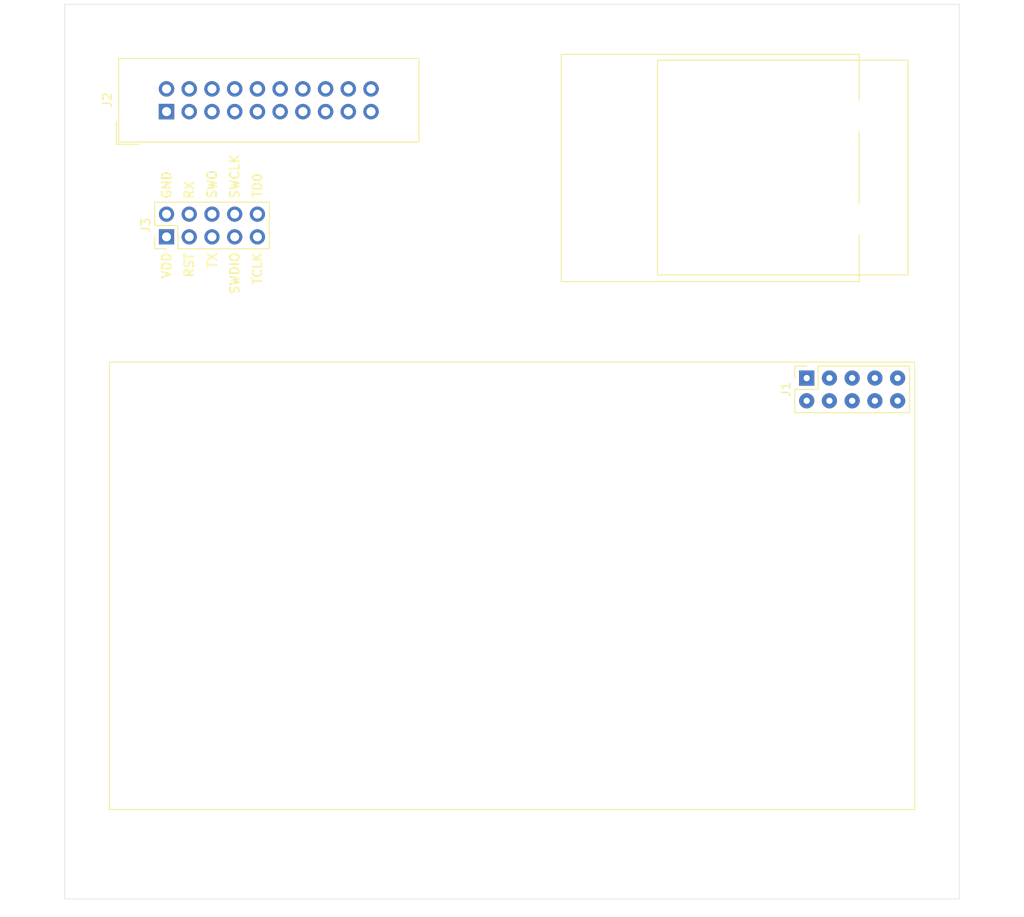
<source format=kicad_pcb>
(kicad_pcb (version 20171130) (host pcbnew 5.1.5+dfsg1-2)

  (general
    (thickness 1.6)
    (drawings 18)
    (tracks 0)
    (zones 0)
    (modules 40)
    (nets 11)
  )

  (page A4)
  (layers
    (0 F.Cu signal)
    (31 B.Cu signal)
    (32 B.Adhes user)
    (33 F.Adhes user)
    (34 B.Paste user)
    (35 F.Paste user)
    (36 B.SilkS user)
    (37 F.SilkS user)
    (38 B.Mask user)
    (39 F.Mask user)
    (40 Dwgs.User user)
    (41 Cmts.User user)
    (42 Eco1.User user)
    (43 Eco2.User user)
    (44 Edge.Cuts user)
    (45 Margin user)
    (46 B.CrtYd user)
    (47 F.CrtYd user)
    (48 B.Fab user)
    (49 F.Fab user)
  )

  (setup
    (last_trace_width 0.25)
    (trace_clearance 0.2)
    (zone_clearance 0.508)
    (zone_45_only no)
    (trace_min 0.2)
    (via_size 0.8)
    (via_drill 0.4)
    (via_min_size 0.4)
    (via_min_drill 0.3)
    (uvia_size 0.3)
    (uvia_drill 0.1)
    (uvias_allowed no)
    (uvia_min_size 0.2)
    (uvia_min_drill 0.1)
    (edge_width 0.05)
    (segment_width 0.2)
    (pcb_text_width 0.3)
    (pcb_text_size 1.5 1.5)
    (mod_edge_width 0.12)
    (mod_text_size 1 1)
    (mod_text_width 0.15)
    (pad_size 1.524 1.524)
    (pad_drill 0.762)
    (pad_to_mask_clearance 0.051)
    (solder_mask_min_width 0.25)
    (aux_axis_origin 0 0)
    (visible_elements FFFFFF7F)
    (pcbplotparams
      (layerselection 0x010fc_ffffffff)
      (usegerberextensions false)
      (usegerberattributes false)
      (usegerberadvancedattributes false)
      (creategerberjobfile false)
      (excludeedgelayer true)
      (linewidth 0.100000)
      (plotframeref false)
      (viasonmask false)
      (mode 1)
      (useauxorigin false)
      (hpglpennumber 1)
      (hpglpenspeed 20)
      (hpglpendiameter 15.000000)
      (psnegative false)
      (psa4output false)
      (plotreference true)
      (plotvalue true)
      (plotinvisibletext false)
      (padsonsilk false)
      (subtractmaskfromsilk false)
      (outputformat 1)
      (mirror false)
      (drillshape 1)
      (scaleselection 1)
      (outputdirectory ""))
  )

  (net 0 "")
  (net 1 VDD)
  (net 2 GND)
  (net 3 RESET)
  (net 4 USART_RX)
  (net 5 USART_TX)
  (net 6 DBG_SWO)
  (net 7 DBG_SWDIO)
  (net 8 DBG_SWCLK)
  (net 9 ETM_TCLK)
  (net 10 ETM_TD0)

  (net_class Default "This is the default net class."
    (clearance 0.2)
    (trace_width 0.25)
    (via_dia 0.8)
    (via_drill 0.4)
    (uvia_dia 0.3)
    (uvia_drill 0.1)
    (add_net DBG_SWCLK)
    (add_net DBG_SWDIO)
    (add_net DBG_SWO)
    (add_net ETM_TCLK)
    (add_net ETM_TD0)
    (add_net GND)
    (add_net RESET)
    (add_net USART_RX)
    (add_net USART_TX)
    (add_net VDD)
  )

  (module MountingHole:MountingHole_3.2mm_M3 (layer F.Cu) (tedit 56D1B4CB) (tstamp 5E319D90)
    (at 197 53)
    (descr "Mounting Hole 3.2mm, no annular, M3")
    (tags "mounting hole 3.2mm no annular m3")
    (attr virtual)
    (fp_text reference REF** (at 0 -4.2) (layer F.SilkS) hide
      (effects (font (size 1 1) (thickness 0.15)))
    )
    (fp_text value MountingHole_3.2mm_M3 (at 0 4.2) (layer F.Fab)
      (effects (font (size 1 1) (thickness 0.15)))
    )
    (fp_text user %R (at 0.3 0) (layer F.Fab)
      (effects (font (size 1 1) (thickness 0.15)))
    )
    (fp_circle (center 0 0) (end 3.2 0) (layer Cmts.User) (width 0.15))
    (fp_circle (center 0 0) (end 3.45 0) (layer F.CrtYd) (width 0.05))
    (pad 1 np_thru_hole circle (at 0 0) (size 3.2 3.2) (drill 3.2) (layers *.Cu *.Mask))
  )

  (module MountingHole:MountingHole_3.2mm_M3 (layer F.Cu) (tedit 56D1B4CB) (tstamp 5E319D82)
    (at 197 147)
    (descr "Mounting Hole 3.2mm, no annular, M3")
    (tags "mounting hole 3.2mm no annular m3")
    (attr virtual)
    (fp_text reference REF** (at 0 -4.2) (layer F.SilkS) hide
      (effects (font (size 1 1) (thickness 0.15)))
    )
    (fp_text value MountingHole_3.2mm_M3 (at 0 4.2) (layer F.Fab)
      (effects (font (size 1 1) (thickness 0.15)))
    )
    (fp_circle (center 0 0) (end 3.45 0) (layer F.CrtYd) (width 0.05))
    (fp_circle (center 0 0) (end 3.2 0) (layer Cmts.User) (width 0.15))
    (fp_text user %R (at 0.3 0) (layer F.Fab)
      (effects (font (size 1 1) (thickness 0.15)))
    )
    (pad 1 np_thru_hole circle (at 0 0) (size 3.2 3.2) (drill 3.2) (layers *.Cu *.Mask))
  )

  (module MountingHole:MountingHole_3.2mm_M3 (layer F.Cu) (tedit 56D1B4CB) (tstamp 5E319D74)
    (at 103 147)
    (descr "Mounting Hole 3.2mm, no annular, M3")
    (tags "mounting hole 3.2mm no annular m3")
    (attr virtual)
    (fp_text reference REF** (at 0 -4.2) (layer F.SilkS) hide
      (effects (font (size 1 1) (thickness 0.15)))
    )
    (fp_text value MountingHole_3.2mm_M3 (at 0 4.2) (layer F.Fab)
      (effects (font (size 1 1) (thickness 0.15)))
    )
    (fp_text user %R (at 0.3 0) (layer F.Fab)
      (effects (font (size 1 1) (thickness 0.15)))
    )
    (fp_circle (center 0 0) (end 3.2 0) (layer Cmts.User) (width 0.15))
    (fp_circle (center 0 0) (end 3.45 0) (layer F.CrtYd) (width 0.05))
    (pad 1 np_thru_hole circle (at 0 0) (size 3.2 3.2) (drill 3.2) (layers *.Cu *.Mask))
  )

  (module MountingHole:MountingHole_3.2mm_M3 (layer F.Cu) (tedit 56D1B4CB) (tstamp 5E319D66)
    (at 103 53)
    (descr "Mounting Hole 3.2mm, no annular, M3")
    (tags "mounting hole 3.2mm no annular m3")
    (attr virtual)
    (fp_text reference REF** (at 0 -4.2) (layer F.SilkS) hide
      (effects (font (size 1 1) (thickness 0.15)))
    )
    (fp_text value MountingHole_3.2mm_M3 (at 0 4.2) (layer F.Fab)
      (effects (font (size 1 1) (thickness 0.15)))
    )
    (fp_circle (center 0 0) (end 3.45 0) (layer F.CrtYd) (width 0.05))
    (fp_circle (center 0 0) (end 3.2 0) (layer Cmts.User) (width 0.15))
    (fp_text user %R (at 0.3 0) (layer F.Fab)
      (effects (font (size 1 1) (thickness 0.15)))
    )
    (pad 1 np_thru_hole circle (at 0 0) (size 3.2 3.2) (drill 3.2) (layers *.Cu *.Mask))
  )

  (module MountingHole:MountingHole_3.2mm_M3 (layer F.Cu) (tedit 56D1B4CB) (tstamp 5E319C41)
    (at 116.5 87.25)
    (descr "Mounting Hole 3.2mm, no annular, M3")
    (tags "mounting hole 3.2mm no annular m3")
    (attr virtual)
    (fp_text reference REF** (at 0 -4.2) (layer F.SilkS) hide
      (effects (font (size 1 1) (thickness 0.15)))
    )
    (fp_text value MountingHole_3.2mm_M3 (at 0 4.2) (layer F.Fab)
      (effects (font (size 1 1) (thickness 0.15)))
    )
    (fp_text user %R (at 0.3 0) (layer F.Fab)
      (effects (font (size 1 1) (thickness 0.15)))
    )
    (fp_circle (center 0 0) (end 3.2 0) (layer Cmts.User) (width 0.15))
    (fp_circle (center 0 0) (end 3.45 0) (layer F.CrtYd) (width 0.05))
    (pad 1 np_thru_hole circle (at 0 0) (size 3.2 3.2) (drill 3.2) (layers *.Cu *.Mask))
  )

  (module MountingHole:MountingHole_3.2mm_M3 (layer F.Cu) (tedit 56D1B4CB) (tstamp 5E319C33)
    (at 102.25 102.25)
    (descr "Mounting Hole 3.2mm, no annular, M3")
    (tags "mounting hole 3.2mm no annular m3")
    (attr virtual)
    (fp_text reference REF** (at 0 -4.2) (layer F.SilkS) hide
      (effects (font (size 1 1) (thickness 0.15)))
    )
    (fp_text value MountingHole_3.2mm_M3 (at 0 4.2) (layer F.Fab)
      (effects (font (size 1 1) (thickness 0.15)))
    )
    (fp_circle (center 0 0) (end 3.45 0) (layer F.CrtYd) (width 0.05))
    (fp_circle (center 0 0) (end 3.2 0) (layer Cmts.User) (width 0.15))
    (fp_text user %R (at 0.3 0) (layer F.Fab)
      (effects (font (size 1 1) (thickness 0.15)))
    )
    (pad 1 np_thru_hole circle (at 0 0) (size 3.2 3.2) (drill 3.2) (layers *.Cu *.Mask))
  )

  (module MountingHole:MountingHole_3.2mm_M3 (layer F.Cu) (tedit 56D1B4CB) (tstamp 5E319C1E)
    (at 102.25 128.25)
    (descr "Mounting Hole 3.2mm, no annular, M3")
    (tags "mounting hole 3.2mm no annular m3")
    (attr virtual)
    (fp_text reference REF** (at 0 -4.2) (layer F.SilkS) hide
      (effects (font (size 1 1) (thickness 0.15)))
    )
    (fp_text value MountingHole_3.2mm_M3 (at 0 4.2) (layer F.Fab)
      (effects (font (size 1 1) (thickness 0.15)))
    )
    (fp_text user %R (at 0.3 0) (layer F.Fab)
      (effects (font (size 1 1) (thickness 0.15)))
    )
    (fp_circle (center 0 0) (end 3.2 0) (layer Cmts.User) (width 0.15))
    (fp_circle (center 0 0) (end 3.45 0) (layer F.CrtYd) (width 0.05))
    (pad 1 np_thru_hole circle (at 0 0) (size 3.2 3.2) (drill 3.2) (layers *.Cu *.Mask))
  )

  (module MountingHole:MountingHole_3.2mm_M3 (layer F.Cu) (tedit 56D1B4CB) (tstamp 5E319BFF)
    (at 116.5 143)
    (descr "Mounting Hole 3.2mm, no annular, M3")
    (tags "mounting hole 3.2mm no annular m3")
    (attr virtual)
    (fp_text reference REF** (at 0 -4.2) (layer F.SilkS) hide
      (effects (font (size 1 1) (thickness 0.15)))
    )
    (fp_text value MountingHole_3.2mm_M3 (at 0 4.2) (layer F.Fab)
      (effects (font (size 1 1) (thickness 0.15)))
    )
    (fp_circle (center 0 0) (end 3.45 0) (layer F.CrtYd) (width 0.05))
    (fp_circle (center 0 0) (end 3.2 0) (layer Cmts.User) (width 0.15))
    (fp_text user %R (at 0.3 0) (layer F.Fab)
      (effects (font (size 1 1) (thickness 0.15)))
    )
    (pad 1 np_thru_hole circle (at 0 0) (size 3.2 3.2) (drill 3.2) (layers *.Cu *.Mask))
  )

  (module MountingHole:MountingHole_3.2mm_M3 (layer F.Cu) (tedit 56D1B4CB) (tstamp 5E319BF0)
    (at 182.75 143)
    (descr "Mounting Hole 3.2mm, no annular, M3")
    (tags "mounting hole 3.2mm no annular m3")
    (attr virtual)
    (fp_text reference REF** (at 0 -4.2) (layer F.SilkS) hide
      (effects (font (size 1 1) (thickness 0.15)))
    )
    (fp_text value MountingHole_3.2mm_M3 (at 0 4.2) (layer F.Fab)
      (effects (font (size 1 1) (thickness 0.15)))
    )
    (fp_text user %R (at 0.3 0) (layer F.Fab)
      (effects (font (size 1 1) (thickness 0.15)))
    )
    (fp_circle (center 0 0) (end 3.2 0) (layer Cmts.User) (width 0.15))
    (fp_circle (center 0 0) (end 3.45 0) (layer F.CrtYd) (width 0.05))
    (pad 1 np_thru_hole circle (at 0 0) (size 3.2 3.2) (drill 3.2) (layers *.Cu *.Mask))
  )

  (module MountingHole:MountingHole_3.2mm_M3 (layer F.Cu) (tedit 56D1B4CB) (tstamp 5E319BD9)
    (at 197.75 127.5)
    (descr "Mounting Hole 3.2mm, no annular, M3")
    (tags "mounting hole 3.2mm no annular m3")
    (attr virtual)
    (fp_text reference REF** (at 0 -4.2) (layer F.SilkS) hide
      (effects (font (size 1 1) (thickness 0.15)))
    )
    (fp_text value MountingHole_3.2mm_M3 (at 0 4.2) (layer F.Fab)
      (effects (font (size 1 1) (thickness 0.15)))
    )
    (fp_circle (center 0 0) (end 3.45 0) (layer F.CrtYd) (width 0.05))
    (fp_circle (center 0 0) (end 3.2 0) (layer Cmts.User) (width 0.15))
    (fp_text user %R (at 0.3 0) (layer F.Fab)
      (effects (font (size 1 1) (thickness 0.15)))
    )
    (pad 1 np_thru_hole circle (at 0 0) (size 3.2 3.2) (drill 3.2) (layers *.Cu *.Mask))
  )

  (module MountingHole:MountingHole_3.2mm_M3 (layer F.Cu) (tedit 56D1B4CB) (tstamp 5E319BCA)
    (at 182.75 87.25)
    (descr "Mounting Hole 3.2mm, no annular, M3")
    (tags "mounting hole 3.2mm no annular m3")
    (attr virtual)
    (fp_text reference REF** (at 0 -4.2) (layer F.SilkS) hide
      (effects (font (size 1 1) (thickness 0.15)))
    )
    (fp_text value MountingHole_3.2mm_M3 (at 0 4.2) (layer F.Fab)
      (effects (font (size 1 1) (thickness 0.15)))
    )
    (fp_circle (center 0 0) (end 3.45 0) (layer F.CrtYd) (width 0.05))
    (fp_circle (center 0 0) (end 3.2 0) (layer Cmts.User) (width 0.15))
    (fp_text user %R (at 0.3 0) (layer F.Fab)
      (effects (font (size 1 1) (thickness 0.15)))
    )
    (pad 1 np_thru_hole circle (at 0 0) (size 3.2 3.2) (drill 3.2) (layers *.Cu *.Mask))
  )

  (module MountingHole:MountingHole_3.2mm_M3 (layer F.Cu) (tedit 56D1B4CB) (tstamp 5E319BBC)
    (at 197.75 102.25)
    (descr "Mounting Hole 3.2mm, no annular, M3")
    (tags "mounting hole 3.2mm no annular m3")
    (attr virtual)
    (fp_text reference REF** (at 0 -4.2) (layer F.SilkS) hide
      (effects (font (size 1 1) (thickness 0.15)))
    )
    (fp_text value MountingHole_3.2mm_M3 (at 0 4.2) (layer F.Fab)
      (effects (font (size 1 1) (thickness 0.15)))
    )
    (fp_text user %R (at 0.3 0) (layer F.Fab)
      (effects (font (size 1 1) (thickness 0.15)))
    )
    (fp_circle (center 0 0) (end 3.2 0) (layer Cmts.User) (width 0.15))
    (fp_circle (center 0 0) (end 3.45 0) (layer F.CrtYd) (width 0.05))
    (pad 1 np_thru_hole circle (at 0 0) (size 3.2 3.2) (drill 3.2) (layers *.Cu *.Mask))
  )

  (module footprints:Toggle_Clamp_GH13009 (layer F.Cu) (tedit 5E319A16) (tstamp 5E319B6C)
    (at 180.25 68.25)
    (fp_text reference REF** (at 0.05 -13.4) (layer F.SilkS) hide
      (effects (font (size 1 1) (thickness 0.15)))
    )
    (fp_text value Toggle_Clamp_GH13009 (at 0 -0.5) (layer F.Fab)
      (effects (font (size 1 1) (thickness 0.15)))
    )
    (fp_line (start -14 -12) (end 14 -12) (layer F.SilkS) (width 0.12))
    (fp_line (start 14 -12) (end 14 12) (layer F.SilkS) (width 0.12))
    (fp_line (start 14 12) (end -14 12) (layer F.SilkS) (width 0.12))
    (fp_line (start -14 12) (end -14 -12) (layer F.SilkS) (width 0.12))
    (pad "" np_thru_hole circle (at -9.75 -5.75) (size 4.2 4.2) (drill 4.2) (layers *.Cu *.Mask))
    (pad "" np_thru_hole circle (at -9.75 5.75) (size 4.2 4.2) (drill 4.2) (layers *.Cu *.Mask))
    (pad "" np_thru_hole circle (at 9.75 5.75) (size 4.2 4.2) (drill 4.2) (layers *.Cu *.Mask))
    (pad "" np_thru_hole circle (at 9.75 -5.75) (size 4.2 4.2) (drill 4.2) (layers *.Cu *.Mask))
  )

  (module footprints:Toggle_Clamp_GH-101-A (layer F.Cu) (tedit 5E318F29) (tstamp 5E318F8C)
    (at 172.15 68.3)
    (fp_text reference REF** (at 0.05 -14.05) (layer F.SilkS) hide
      (effects (font (size 1 1) (thickness 0.15)))
    )
    (fp_text value Toggle_Clamp_GH-101-A (at 0 -0.5) (layer F.Fab)
      (effects (font (size 1 1) (thickness 0.15)))
    )
    (fp_line (start -16.65 -12.7) (end 16.65 -12.7) (layer F.SilkS) (width 0.12))
    (fp_line (start 16.65 -12.7) (end 16.65 12.7) (layer F.SilkS) (width 0.12))
    (fp_line (start 16.65 12.7) (end -16.65 12.7) (layer F.SilkS) (width 0.12))
    (fp_line (start -16.65 12.7) (end -16.65 -12.7) (layer F.SilkS) (width 0.12))
    (pad "" np_thru_hole circle (at -11.9 -7.95) (size 4.2 4.2) (drill 4.2) (layers *.Cu *.Mask))
    (pad "" np_thru_hole circle (at -11.9 7.95) (size 4.2 4.2) (drill 4.2) (layers *.Cu *.Mask))
    (pad "" np_thru_hole circle (at 11.9 7.95) (size 4.2 4.2) (drill 4.2) (layers *.Cu *.Mask))
    (pad "" np_thru_hole circle (at 11.9 -7.95) (size 4.2 4.2) (drill 4.2) (layers *.Cu *.Mask))
  )

  (module MountingHole:MountingHole_3.2mm_M3 (layer F.Cu) (tedit 56D1B4CB) (tstamp 5E311BAA)
    (at 102.65 95.25)
    (descr "Mounting Hole 3.2mm, no annular, M3")
    (tags "mounting hole 3.2mm no annular m3")
    (attr virtual)
    (fp_text reference REF** (at 0 -4.2) (layer F.SilkS) hide
      (effects (font (size 1 1) (thickness 0.15)))
    )
    (fp_text value MountingHole_3.2mm_M3 (at 0 4.2) (layer F.Fab)
      (effects (font (size 1 1) (thickness 0.15)))
    )
    (fp_circle (center 0 0) (end 3.45 0) (layer F.CrtYd) (width 0.05))
    (fp_circle (center 0 0) (end 3.2 0) (layer Cmts.User) (width 0.15))
    (fp_text user %R (at 0.3 0) (layer F.Fab)
      (effects (font (size 1 1) (thickness 0.15)))
    )
    (pad 1 np_thru_hole circle (at 0 0) (size 3.2 3.2) (drill 3.2) (layers *.Cu *.Mask))
  )

  (module MountingHole:MountingHole_3.2mm_M3 (layer F.Cu) (tedit 5E31779C) (tstamp 5E311F50)
    (at 109.5 87.75)
    (descr "Mounting Hole 3.2mm, no annular, M3")
    (tags "mounting hole 3.2mm no annular m3")
    (attr virtual)
    (fp_text reference REF** (at 0 -4.2) (layer F.SilkS) hide
      (effects (font (size 1 1) (thickness 0.15)))
    )
    (fp_text value MountingHole_3.2mm_M3 (at 0 4.2) (layer F.Fab)
      (effects (font (size 1 1) (thickness 0.15)))
    )
    (fp_circle (center 0 0) (end 3.45 0) (layer F.CrtYd) (width 0.05))
    (fp_circle (center 0 0) (end 3.2 0) (layer Cmts.User) (width 0.15))
    (fp_text user %R (at 0.3 0) (layer F.Fab) hide
      (effects (font (size 1 1) (thickness 0.15)))
    )
    (pad 1 np_thru_hole circle (at 0 0) (size 3.2 3.2) (drill 3.2) (layers *.Cu *.Mask))
  )

  (module MountingHole:MountingHole_2.2mm_M2 (layer F.Cu) (tedit 56D1B4CB) (tstamp 5E317680)
    (at 192.45 110.8)
    (descr "Mounting Hole 2.2mm, no annular, M2")
    (tags "mounting hole 2.2mm no annular m2")
    (attr virtual)
    (fp_text reference REF** (at 0 -3.2) (layer F.SilkS) hide
      (effects (font (size 1 1) (thickness 0.15)))
    )
    (fp_text value MountingHole_2.2mm_M2 (at 0 3.2) (layer F.Fab)
      (effects (font (size 1 1) (thickness 0.15)))
    )
    (fp_circle (center 0 0) (end 2.45 0) (layer F.CrtYd) (width 0.05))
    (fp_circle (center 0 0) (end 2.2 0) (layer Cmts.User) (width 0.15))
    (fp_text user %R (at 0.3 0) (layer F.Fab)
      (effects (font (size 1 1) (thickness 0.15)))
    )
    (pad 1 np_thru_hole circle (at 0 0) (size 2.2 2.2) (drill 2.2) (layers *.Cu *.Mask))
  )

  (module MountingHole:MountingHole_2.2mm_M2 (layer F.Cu) (tedit 56D1B4CB) (tstamp 5E31766F)
    (at 166.65 92.55)
    (descr "Mounting Hole 2.2mm, no annular, M2")
    (tags "mounting hole 2.2mm no annular m2")
    (attr virtual)
    (fp_text reference REF** (at 0 -3.2) (layer F.SilkS) hide
      (effects (font (size 1 1) (thickness 0.15)))
    )
    (fp_text value MountingHole_2.2mm_M2 (at 0 3.2) (layer F.Fab)
      (effects (font (size 1 1) (thickness 0.15)))
    )
    (fp_text user %R (at 0.3 0) (layer F.Fab)
      (effects (font (size 1 1) (thickness 0.15)))
    )
    (fp_circle (center 0 0) (end 2.2 0) (layer Cmts.User) (width 0.15))
    (fp_circle (center 0 0) (end 2.45 0) (layer F.CrtYd) (width 0.05))
    (pad 1 np_thru_hole circle (at 0 0) (size 2.2 2.2) (drill 2.2) (layers *.Cu *.Mask))
  )

  (module MountingHole:MountingHole_2.2mm_M2 (layer F.Cu) (tedit 56D1B4CB) (tstamp 5E31764C)
    (at 171.65 92.55)
    (descr "Mounting Hole 2.2mm, no annular, M2")
    (tags "mounting hole 2.2mm no annular m2")
    (attr virtual)
    (fp_text reference REF** (at 0 -3.2) (layer F.SilkS) hide
      (effects (font (size 1 1) (thickness 0.15)))
    )
    (fp_text value MountingHole_2.2mm_M2 (at 0 3.2) (layer F.Fab)
      (effects (font (size 1 1) (thickness 0.15)))
    )
    (fp_circle (center 0 0) (end 2.45 0) (layer F.CrtYd) (width 0.05))
    (fp_circle (center 0 0) (end 2.2 0) (layer Cmts.User) (width 0.15))
    (fp_text user %R (at 0.3 0) (layer F.Fab)
      (effects (font (size 1 1) (thickness 0.15)))
    )
    (pad 1 np_thru_hole circle (at 0 0) (size 2.2 2.2) (drill 2.2) (layers *.Cu *.Mask))
  )

  (module MountingHole:MountingHole_2.2mm_M2 (layer F.Cu) (tedit 56D1B4CB) (tstamp 5E31763E)
    (at 192.45 105.85)
    (descr "Mounting Hole 2.2mm, no annular, M2")
    (tags "mounting hole 2.2mm no annular m2")
    (attr virtual)
    (fp_text reference REF** (at 0 -3.2) (layer F.SilkS) hide
      (effects (font (size 1 1) (thickness 0.15)))
    )
    (fp_text value MountingHole_2.2mm_M2 (at 0 3.2) (layer F.Fab)
      (effects (font (size 1 1) (thickness 0.15)))
    )
    (fp_text user %R (at 0.3 0) (layer F.Fab)
      (effects (font (size 1 1) (thickness 0.15)))
    )
    (fp_circle (center 0 0) (end 2.2 0) (layer Cmts.User) (width 0.15))
    (fp_circle (center 0 0) (end 2.45 0) (layer F.CrtYd) (width 0.05))
    (pad 1 np_thru_hole circle (at 0 0) (size 2.2 2.2) (drill 2.2) (layers *.Cu *.Mask))
  )

  (module MountingHole:MountingHole_2.2mm_M2 (layer F.Cu) (tedit 56D1B4CB) (tstamp 5E317630)
    (at 192.45 130.5)
    (descr "Mounting Hole 2.2mm, no annular, M2")
    (tags "mounting hole 2.2mm no annular m2")
    (attr virtual)
    (fp_text reference REF** (at 0 -3.2) (layer F.SilkS) hide
      (effects (font (size 1 1) (thickness 0.15)))
    )
    (fp_text value MountingHole_2.2mm_M2 (at 0 3.2) (layer F.Fab)
      (effects (font (size 1 1) (thickness 0.15)))
    )
    (fp_circle (center 0 0) (end 2.45 0) (layer F.CrtYd) (width 0.05))
    (fp_circle (center 0 0) (end 2.2 0) (layer Cmts.User) (width 0.15))
    (fp_text user %R (at 0.3 0) (layer F.Fab)
      (effects (font (size 1 1) (thickness 0.15)))
    )
    (pad 1 np_thru_hole circle (at 0 0) (size 2.2 2.2) (drill 2.2) (layers *.Cu *.Mask))
  )

  (module MountingHole:MountingHole_2.2mm_M2 (layer F.Cu) (tedit 56D1B4CB) (tstamp 5E31761E)
    (at 185.5 137.45)
    (descr "Mounting Hole 2.2mm, no annular, M2")
    (tags "mounting hole 2.2mm no annular m2")
    (attr virtual)
    (fp_text reference REF** (at 0 -3.2) (layer F.SilkS) hide
      (effects (font (size 1 1) (thickness 0.15)))
    )
    (fp_text value MountingHole_2.2mm_M2 (at 0 3.2) (layer F.Fab)
      (effects (font (size 1 1) (thickness 0.15)))
    )
    (fp_text user %R (at 0.3 0) (layer F.Fab)
      (effects (font (size 1 1) (thickness 0.15)))
    )
    (fp_circle (center 0 0) (end 2.2 0) (layer Cmts.User) (width 0.15))
    (fp_circle (center 0 0) (end 2.45 0) (layer F.CrtYd) (width 0.05))
    (pad 1 np_thru_hole circle (at 0 0) (size 2.2 2.2) (drill 2.2) (layers *.Cu *.Mask))
  )

  (module MountingHole:MountingHole_2.2mm_M2 (layer F.Cu) (tedit 56D1B4CB) (tstamp 5E317610)
    (at 107.5 130.5)
    (descr "Mounting Hole 2.2mm, no annular, M2")
    (tags "mounting hole 2.2mm no annular m2")
    (attr virtual)
    (fp_text reference REF** (at 0 -3.2) (layer F.SilkS) hide
      (effects (font (size 1 1) (thickness 0.15)))
    )
    (fp_text value MountingHole_2.2mm_M2 (at 0 3.2) (layer F.Fab)
      (effects (font (size 1 1) (thickness 0.15)))
    )
    (fp_circle (center 0 0) (end 2.45 0) (layer F.CrtYd) (width 0.05))
    (fp_circle (center 0 0) (end 2.2 0) (layer Cmts.User) (width 0.15))
    (fp_text user %R (at 0.3 0) (layer F.Fab)
      (effects (font (size 1 1) (thickness 0.15)))
    )
    (pad 1 np_thru_hole circle (at 0 0) (size 2.2 2.2) (drill 2.2) (layers *.Cu *.Mask))
  )

  (module MountingHole:MountingHole_2.2mm_M2 (layer F.Cu) (tedit 56D1B4CB) (tstamp 5E317602)
    (at 114.5 137.5)
    (descr "Mounting Hole 2.2mm, no annular, M2")
    (tags "mounting hole 2.2mm no annular m2")
    (attr virtual)
    (fp_text reference REF** (at 0 -3.2) (layer F.SilkS) hide
      (effects (font (size 1 1) (thickness 0.15)))
    )
    (fp_text value MountingHole_2.2mm_M2 (at 0 3.2) (layer F.Fab)
      (effects (font (size 1 1) (thickness 0.15)))
    )
    (fp_text user %R (at 0.3 0) (layer F.Fab)
      (effects (font (size 1 1) (thickness 0.15)))
    )
    (fp_circle (center 0 0) (end 2.2 0) (layer Cmts.User) (width 0.15))
    (fp_circle (center 0 0) (end 2.45 0) (layer F.CrtYd) (width 0.05))
    (pad 1 np_thru_hole circle (at 0 0) (size 2.2 2.2) (drill 2.2) (layers *.Cu *.Mask))
  )

  (module MountingHole:MountingHole_2.2mm_M2 (layer F.Cu) (tedit 56D1B4CB) (tstamp 5E3175F4)
    (at 114.5 92.55)
    (descr "Mounting Hole 2.2mm, no annular, M2")
    (tags "mounting hole 2.2mm no annular m2")
    (attr virtual)
    (fp_text reference REF** (at 0 -3.2) (layer F.SilkS) hide
      (effects (font (size 1 1) (thickness 0.15)))
    )
    (fp_text value MountingHole_2.2mm_M2 (at 0 3.2) (layer F.Fab)
      (effects (font (size 1 1) (thickness 0.15)))
    )
    (fp_circle (center 0 0) (end 2.45 0) (layer F.CrtYd) (width 0.05))
    (fp_circle (center 0 0) (end 2.2 0) (layer Cmts.User) (width 0.15))
    (fp_text user %R (at 0.3 0) (layer F.Fab)
      (effects (font (size 1 1) (thickness 0.15)))
    )
    (pad 1 np_thru_hole circle (at 0 0) (size 2.2 2.2) (drill 2.2) (layers *.Cu *.Mask))
  )

  (module MountingHole:MountingHole_2.2mm_M2 (layer F.Cu) (tedit 56D1B4CB) (tstamp 5E3175CD)
    (at 107.55 99.5)
    (descr "Mounting Hole 2.2mm, no annular, M2")
    (tags "mounting hole 2.2mm no annular m2")
    (attr virtual)
    (fp_text reference REF** (at 0 -3.2) (layer F.SilkS) hide
      (effects (font (size 1 1) (thickness 0.15)))
    )
    (fp_text value MountingHole_2.2mm_M2 (at 0 3.2) (layer F.Fab)
      (effects (font (size 1 1) (thickness 0.15)))
    )
    (fp_text user %R (at 0.3 0) (layer F.Fab)
      (effects (font (size 1 1) (thickness 0.15)))
    )
    (fp_circle (center 0 0) (end 2.2 0) (layer Cmts.User) (width 0.15))
    (fp_circle (center 0 0) (end 2.45 0) (layer F.CrtYd) (width 0.05))
    (pad 1 np_thru_hole circle (at 0 0) (size 2.2 2.2) (drill 2.2) (layers *.Cu *.Mask))
  )

  (module MountingHole:MountingHole_3.2mm_M3 (layer F.Cu) (tedit 56D1B4CB) (tstamp 5E311F99)
    (at 197.35 95.2)
    (descr "Mounting Hole 3.2mm, no annular, M3")
    (tags "mounting hole 3.2mm no annular m3")
    (attr virtual)
    (fp_text reference REF** (at 0 -4.2) (layer F.SilkS) hide
      (effects (font (size 1 1) (thickness 0.15)))
    )
    (fp_text value MountingHole_3.2mm_M3 (at 0 4.2) (layer F.Fab)
      (effects (font (size 1 1) (thickness 0.15)))
    )
    (fp_circle (center 0 0) (end 3.45 0) (layer F.CrtYd) (width 0.05))
    (fp_circle (center 0 0) (end 3.2 0) (layer Cmts.User) (width 0.15))
    (fp_text user %R (at 0.3 0) (layer F.Fab)
      (effects (font (size 1 1) (thickness 0.15)))
    )
    (pad 1 np_thru_hole circle (at 0 0) (size 3.2 3.2) (drill 3.2) (layers *.Cu *.Mask))
  )

  (module MountingHole:MountingHole_3.2mm_M3 (layer F.Cu) (tedit 56D1B4CB) (tstamp 5E311F8B)
    (at 189.85 87.75)
    (descr "Mounting Hole 3.2mm, no annular, M3")
    (tags "mounting hole 3.2mm no annular m3")
    (attr virtual)
    (fp_text reference REF** (at 0 -4.2) (layer F.SilkS) hide
      (effects (font (size 1 1) (thickness 0.15)))
    )
    (fp_text value MountingHole_3.2mm_M3 (at 0 4.2) (layer F.Fab)
      (effects (font (size 1 1) (thickness 0.15)))
    )
    (fp_text user %R (at 0.3 0) (layer F.Fab)
      (effects (font (size 1 1) (thickness 0.15)))
    )
    (fp_circle (center 0 0) (end 3.2 0) (layer Cmts.User) (width 0.15))
    (fp_circle (center 0 0) (end 3.45 0) (layer F.CrtYd) (width 0.05))
    (pad 1 np_thru_hole circle (at 0 0) (size 3.2 3.2) (drill 3.2) (layers *.Cu *.Mask))
  )

  (module MountingHole:MountingHole_3.2mm_M3 (layer F.Cu) (tedit 56D1B4CB) (tstamp 5E311F42)
    (at 197.35 134.65)
    (descr "Mounting Hole 3.2mm, no annular, M3")
    (tags "mounting hole 3.2mm no annular m3")
    (attr virtual)
    (fp_text reference REF** (at 0 -4.2) (layer F.SilkS) hide
      (effects (font (size 1 1) (thickness 0.15)))
    )
    (fp_text value MountingHole_3.2mm_M3 (at 0 4.2) (layer F.Fab)
      (effects (font (size 1 1) (thickness 0.15)))
    )
    (fp_text user %R (at 0.3 0) (layer F.Fab)
      (effects (font (size 1 1) (thickness 0.15)))
    )
    (fp_circle (center 0 0) (end 3.2 0) (layer Cmts.User) (width 0.15))
    (fp_circle (center 0 0) (end 3.45 0) (layer F.CrtYd) (width 0.05))
    (pad 1 np_thru_hole circle (at 0 0) (size 3.2 3.2) (drill 3.2) (layers *.Cu *.Mask))
  )

  (module MountingHole:MountingHole_3.2mm_M3 (layer F.Cu) (tedit 56D1B4CB) (tstamp 5E311F34)
    (at 189.85 142.35)
    (descr "Mounting Hole 3.2mm, no annular, M3")
    (tags "mounting hole 3.2mm no annular m3")
    (attr virtual)
    (fp_text reference REF** (at 0 -4.2) (layer F.SilkS) hide
      (effects (font (size 1 1) (thickness 0.15)))
    )
    (fp_text value MountingHole_3.2mm_M3 (at 0 4.2) (layer F.Fab)
      (effects (font (size 1 1) (thickness 0.15)))
    )
    (fp_circle (center 0 0) (end 3.45 0) (layer F.CrtYd) (width 0.05))
    (fp_circle (center 0 0) (end 3.2 0) (layer Cmts.User) (width 0.15))
    (fp_text user %R (at 0.3 0) (layer F.Fab)
      (effects (font (size 1 1) (thickness 0.15)))
    )
    (pad 1 np_thru_hole circle (at 0 0) (size 3.2 3.2) (drill 3.2) (layers *.Cu *.Mask))
  )

  (module MountingHole:MountingHole_3.2mm_M3 (layer F.Cu) (tedit 56D1B4CB) (tstamp 5E311F26)
    (at 109.5 142.35)
    (descr "Mounting Hole 3.2mm, no annular, M3")
    (tags "mounting hole 3.2mm no annular m3")
    (attr virtual)
    (fp_text reference REF** (at 0 -4.2) (layer F.SilkS) hide
      (effects (font (size 1 1) (thickness 0.15)))
    )
    (fp_text value MountingHole_3.2mm_M3 (at 0 4.2) (layer F.Fab)
      (effects (font (size 1 1) (thickness 0.15)))
    )
    (fp_text user %R (at 0.3 0) (layer F.Fab)
      (effects (font (size 1 1) (thickness 0.15)))
    )
    (fp_circle (center 0 0) (end 3.2 0) (layer Cmts.User) (width 0.15))
    (fp_circle (center 0 0) (end 3.45 0) (layer F.CrtYd) (width 0.05))
    (pad 1 np_thru_hole circle (at 0 0) (size 3.2 3.2) (drill 3.2) (layers *.Cu *.Mask))
  )

  (module MountingHole:MountingHole_3.2mm_M3 (layer F.Cu) (tedit 56D1B4CB) (tstamp 5E311EFA)
    (at 191.35 100)
    (descr "Mounting Hole 3.2mm, no annular, M3")
    (tags "mounting hole 3.2mm no annular m3")
    (attr virtual)
    (fp_text reference REF** (at 0 -4.2) (layer F.SilkS) hide
      (effects (font (size 1 1) (thickness 0.15)))
    )
    (fp_text value MountingHole_3.2mm_M3 (at 0 4.2) (layer F.Fab)
      (effects (font (size 1 1) (thickness 0.15)))
    )
    (fp_circle (center 0 0) (end 3.45 0) (layer F.CrtYd) (width 0.05))
    (fp_circle (center 0 0) (end 3.2 0) (layer Cmts.User) (width 0.15))
    (fp_text user %R (at 0.3 0) (layer F.Fab)
      (effects (font (size 1 1) (thickness 0.15)))
    )
    (pad 1 np_thru_hole circle (at 0 0) (size 3.2 3.2) (drill 3.2) (layers *.Cu *.Mask))
  )

  (module MountingHole:MountingHole_3.2mm_M3 (layer F.Cu) (tedit 56D1B4CB) (tstamp 5E311EEC)
    (at 191.35 136.35)
    (descr "Mounting Hole 3.2mm, no annular, M3")
    (tags "mounting hole 3.2mm no annular m3")
    (attr virtual)
    (fp_text reference REF** (at 0 -4.2) (layer F.SilkS) hide
      (effects (font (size 1 1) (thickness 0.15)))
    )
    (fp_text value MountingHole_3.2mm_M3 (at 0 4.2) (layer F.Fab)
      (effects (font (size 1 1) (thickness 0.15)))
    )
    (fp_text user %R (at 0.3 0) (layer F.Fab)
      (effects (font (size 1 1) (thickness 0.15)))
    )
    (fp_circle (center 0 0) (end 3.2 0) (layer Cmts.User) (width 0.15))
    (fp_circle (center 0 0) (end 3.45 0) (layer F.CrtYd) (width 0.05))
    (pad 1 np_thru_hole circle (at 0 0) (size 3.2 3.2) (drill 3.2) (layers *.Cu *.Mask))
  )

  (module MountingHole:MountingHole_3.2mm_M3 (layer F.Cu) (tedit 56D1B4CB) (tstamp 5E311EDD)
    (at 177.5 93.65)
    (descr "Mounting Hole 3.2mm, no annular, M3")
    (tags "mounting hole 3.2mm no annular m3")
    (attr virtual)
    (fp_text reference REF** (at 0 -4.2) (layer F.SilkS) hide
      (effects (font (size 1 1) (thickness 0.15)))
    )
    (fp_text value MountingHole_3.2mm_M3 (at 0 4.2) (layer F.Fab)
      (effects (font (size 1 1) (thickness 0.15)))
    )
    (fp_circle (center 0 0) (end 3.45 0) (layer F.CrtYd) (width 0.05))
    (fp_circle (center 0 0) (end 3.2 0) (layer Cmts.User) (width 0.15))
    (fp_text user %R (at 0.3 0) (layer F.Fab)
      (effects (font (size 1 1) (thickness 0.15)))
    )
    (pad 1 np_thru_hole circle (at 0 0) (size 3.2 3.2) (drill 3.2) (layers *.Cu *.Mask))
  )

  (module MountingHole:MountingHole_3.2mm_M3 (layer F.Cu) (tedit 56D1B4CB) (tstamp 5E311ECF)
    (at 108.65 93.65)
    (descr "Mounting Hole 3.2mm, no annular, M3")
    (tags "mounting hole 3.2mm no annular m3")
    (attr virtual)
    (fp_text reference REF** (at 0 -4.2) (layer F.SilkS) hide
      (effects (font (size 1 1) (thickness 0.15)))
    )
    (fp_text value MountingHole_3.2mm_M3 (at 0 4.2) (layer F.Fab)
      (effects (font (size 1 1) (thickness 0.15)))
    )
    (fp_text user %R (at 0.3 0) (layer F.Fab)
      (effects (font (size 1 1) (thickness 0.15)))
    )
    (fp_circle (center 0 0) (end 3.2 0) (layer Cmts.User) (width 0.15))
    (fp_circle (center 0 0) (end 3.45 0) (layer F.CrtYd) (width 0.05))
    (pad 1 np_thru_hole circle (at 0 0) (size 3.2 3.2) (drill 3.2) (layers *.Cu *.Mask))
  )

  (module MountingHole:MountingHole_3.2mm_M3 (layer F.Cu) (tedit 56D1B4CB) (tstamp 5E311EB2)
    (at 102.65 135.4)
    (descr "Mounting Hole 3.2mm, no annular, M3")
    (tags "mounting hole 3.2mm no annular m3")
    (attr virtual)
    (fp_text reference REF** (at 0 -4.2) (layer F.SilkS) hide
      (effects (font (size 1 1) (thickness 0.15)))
    )
    (fp_text value MountingHole_3.2mm_M3 (at 0 4.2) (layer F.Fab)
      (effects (font (size 1 1) (thickness 0.15)))
    )
    (fp_circle (center 0 0) (end 3.45 0) (layer F.CrtYd) (width 0.05))
    (fp_circle (center 0 0) (end 3.2 0) (layer Cmts.User) (width 0.15))
    (fp_text user %R (at 0.3 0) (layer F.Fab)
      (effects (font (size 1 1) (thickness 0.15)))
    )
    (pad 1 np_thru_hole circle (at 0 0) (size 3.2 3.2) (drill 3.2) (layers *.Cu *.Mask))
  )

  (module MountingHole:MountingHole_3.2mm_M3 (layer F.Cu) (tedit 56D1B4CB) (tstamp 5E311C97)
    (at 108.65 136.35)
    (descr "Mounting Hole 3.2mm, no annular, M3")
    (tags "mounting hole 3.2mm no annular m3")
    (attr virtual)
    (fp_text reference REF** (at 0 -4.2) (layer F.SilkS) hide
      (effects (font (size 1 1) (thickness 0.15)))
    )
    (fp_text value MountingHole_3.2mm_M3 (at 0 4.2) (layer F.Fab)
      (effects (font (size 1 1) (thickness 0.15)))
    )
    (fp_circle (center 0 0) (end 3.45 0) (layer F.CrtYd) (width 0.05))
    (fp_circle (center 0 0) (end 3.2 0) (layer Cmts.User) (width 0.15))
    (fp_text user %R (at 0.3 0) (layer F.Fab)
      (effects (font (size 1 1) (thickness 0.15)))
    )
    (pad 1 np_thru_hole circle (at 0 0) (size 3.2 3.2) (drill 3.2) (layers *.Cu *.Mask))
  )

  (module footprints:PinHeader_2x05_P2.54mm_D0.7mm_Vertical locked (layer F.Cu) (tedit 5E30C5A1) (tstamp 5E3110A4)
    (at 182.9333 94.3206 90)
    (descr "Through hole straight pin header, 2x05, 2.54mm pitch, double rows")
    (tags "Through hole pin header THT 2x05 2.54mm double row")
    (path /top/977868421026574709)
    (fp_text reference J1 (at 1.27 -2.33 90) (layer F.SilkS)
      (effects (font (size 1 1) (thickness 0.15)))
    )
    (fp_text value Conn_02x05_Odd_Even (at 1.27 12.49 90) (layer F.Fab)
      (effects (font (size 1 1) (thickness 0.15)))
    )
    (fp_text user %R (at 1.27 5.08) (layer F.Fab)
      (effects (font (size 1 1) (thickness 0.15)))
    )
    (fp_line (start 4.35 -1.8) (end -1.8 -1.8) (layer F.CrtYd) (width 0.05))
    (fp_line (start 4.35 11.95) (end 4.35 -1.8) (layer F.CrtYd) (width 0.05))
    (fp_line (start -1.8 11.95) (end 4.35 11.95) (layer F.CrtYd) (width 0.05))
    (fp_line (start -1.8 -1.8) (end -1.8 11.95) (layer F.CrtYd) (width 0.05))
    (fp_line (start 3.87 -1.33) (end 2.54 -1.33) (layer F.SilkS) (width 0.12))
    (fp_line (start 3.87 0) (end 3.87 -1.33) (layer F.SilkS) (width 0.12))
    (fp_line (start 1.27 -1.33) (end -1.33 -1.33) (layer F.SilkS) (width 0.12))
    (fp_line (start 1.27 1.27) (end 1.27 -1.33) (layer F.SilkS) (width 0.12))
    (fp_line (start 3.87 1.27) (end 1.27 1.27) (layer F.SilkS) (width 0.12))
    (fp_line (start -1.33 -1.33) (end -1.33 11.49) (layer F.SilkS) (width 0.12))
    (fp_line (start 3.87 1.27) (end 3.87 11.49) (layer F.SilkS) (width 0.12))
    (fp_line (start 3.87 11.49) (end -1.33 11.49) (layer F.SilkS) (width 0.12))
    (fp_line (start 3.87 0) (end 2.54 -1.27) (layer F.Fab) (width 0.1))
    (fp_line (start 3.87 11.43) (end 3.87 0) (layer F.Fab) (width 0.1))
    (fp_line (start -1.27 11.43) (end 3.87 11.43) (layer F.Fab) (width 0.1))
    (fp_line (start -1.27 -1.27) (end -1.27 11.43) (layer F.Fab) (width 0.1))
    (fp_line (start 2.54 -1.27) (end -1.27 -1.27) (layer F.Fab) (width 0.1))
    (pad 10 thru_hole oval (at 0 10.16 90) (size 1.7 1.7) (drill 0.7) (layers *.Cu *.Mask)
      (net 10 ETM_TD0))
    (pad 9 thru_hole oval (at 2.54 10.16 90) (size 1.7 1.7) (drill 0.7) (layers *.Cu *.Mask)
      (net 9 ETM_TCLK))
    (pad 8 thru_hole oval (at 0 7.62 90) (size 1.7 1.7) (drill 0.7) (layers *.Cu *.Mask)
      (net 8 DBG_SWCLK))
    (pad 7 thru_hole oval (at 2.54 7.62 90) (size 1.7 1.7) (drill 0.7) (layers *.Cu *.Mask)
      (net 7 DBG_SWDIO))
    (pad 6 thru_hole oval (at 0 5.08 90) (size 1.7 1.7) (drill 0.7) (layers *.Cu *.Mask)
      (net 6 DBG_SWO))
    (pad 5 thru_hole oval (at 2.54 5.08 90) (size 1.7 1.7) (drill 0.7) (layers *.Cu *.Mask)
      (net 5 USART_TX))
    (pad 4 thru_hole oval (at 0 2.54 90) (size 1.7 1.7) (drill 0.7) (layers *.Cu *.Mask)
      (net 4 USART_RX))
    (pad 3 thru_hole oval (at 2.54 2.54 90) (size 1.7 1.7) (drill 0.7) (layers *.Cu *.Mask)
      (net 3 RESET))
    (pad 2 thru_hole oval (at 0 0 90) (size 1.7 1.7) (drill 0.7) (layers *.Cu *.Mask)
      (net 2 GND))
    (pad 1 thru_hole rect (at 2.54 0 90) (size 1.7 1.7) (drill 0.7) (layers *.Cu *.Mask)
      (net 1 VDD))
    (model ${KISYS3DMOD}/Connector_PinHeader_2.54mm.3dshapes/PinHeader_2x05_P2.54mm_Vertical.wrl
      (at (xyz 0 0 0))
      (scale (xyz 1 1 1))
      (rotate (xyz 0 0 0))
    )
  )

  (module Connector_PinHeader_2.54mm:PinHeader_2x05_P2.54mm_Vertical (layer F.Cu) (tedit 59FED5CC) (tstamp 5E3110EE)
    (at 111.38 76 90)
    (descr "Through hole straight pin header, 2x05, 2.54mm pitch, double rows")
    (tags "Through hole pin header THT 2x05 2.54mm double row")
    (path /top/10725331846133878854)
    (fp_text reference J3 (at 1.27 -2.33 90) (layer F.SilkS)
      (effects (font (size 1 1) (thickness 0.15)))
    )
    (fp_text value Conn_02x05_Odd_Even (at 1.27 12.49 90) (layer F.Fab)
      (effects (font (size 1 1) (thickness 0.15)))
    )
    (fp_text user %R (at 1.27 5.08) (layer F.Fab)
      (effects (font (size 1 1) (thickness 0.15)))
    )
    (fp_line (start 4.35 -1.8) (end -1.8 -1.8) (layer F.CrtYd) (width 0.05))
    (fp_line (start 4.35 11.95) (end 4.35 -1.8) (layer F.CrtYd) (width 0.05))
    (fp_line (start -1.8 11.95) (end 4.35 11.95) (layer F.CrtYd) (width 0.05))
    (fp_line (start -1.8 -1.8) (end -1.8 11.95) (layer F.CrtYd) (width 0.05))
    (fp_line (start -1.33 -1.33) (end 0 -1.33) (layer F.SilkS) (width 0.12))
    (fp_line (start -1.33 0) (end -1.33 -1.33) (layer F.SilkS) (width 0.12))
    (fp_line (start 1.27 -1.33) (end 3.87 -1.33) (layer F.SilkS) (width 0.12))
    (fp_line (start 1.27 1.27) (end 1.27 -1.33) (layer F.SilkS) (width 0.12))
    (fp_line (start -1.33 1.27) (end 1.27 1.27) (layer F.SilkS) (width 0.12))
    (fp_line (start 3.87 -1.33) (end 3.87 11.49) (layer F.SilkS) (width 0.12))
    (fp_line (start -1.33 1.27) (end -1.33 11.49) (layer F.SilkS) (width 0.12))
    (fp_line (start -1.33 11.49) (end 3.87 11.49) (layer F.SilkS) (width 0.12))
    (fp_line (start -1.27 0) (end 0 -1.27) (layer F.Fab) (width 0.1))
    (fp_line (start -1.27 11.43) (end -1.27 0) (layer F.Fab) (width 0.1))
    (fp_line (start 3.81 11.43) (end -1.27 11.43) (layer F.Fab) (width 0.1))
    (fp_line (start 3.81 -1.27) (end 3.81 11.43) (layer F.Fab) (width 0.1))
    (fp_line (start 0 -1.27) (end 3.81 -1.27) (layer F.Fab) (width 0.1))
    (pad 10 thru_hole oval (at 2.54 10.16 90) (size 1.7 1.7) (drill 1) (layers *.Cu *.Mask)
      (net 10 ETM_TD0))
    (pad 9 thru_hole oval (at 0 10.16 90) (size 1.7 1.7) (drill 1) (layers *.Cu *.Mask)
      (net 9 ETM_TCLK))
    (pad 8 thru_hole oval (at 2.54 7.62 90) (size 1.7 1.7) (drill 1) (layers *.Cu *.Mask)
      (net 8 DBG_SWCLK))
    (pad 7 thru_hole oval (at 0 7.62 90) (size 1.7 1.7) (drill 1) (layers *.Cu *.Mask)
      (net 7 DBG_SWDIO))
    (pad 6 thru_hole oval (at 2.54 5.08 90) (size 1.7 1.7) (drill 1) (layers *.Cu *.Mask)
      (net 6 DBG_SWO))
    (pad 5 thru_hole oval (at 0 5.08 90) (size 1.7 1.7) (drill 1) (layers *.Cu *.Mask)
      (net 5 USART_TX))
    (pad 4 thru_hole oval (at 2.54 2.54 90) (size 1.7 1.7) (drill 1) (layers *.Cu *.Mask)
      (net 4 USART_RX))
    (pad 3 thru_hole oval (at 0 2.54 90) (size 1.7 1.7) (drill 1) (layers *.Cu *.Mask)
      (net 3 RESET))
    (pad 2 thru_hole oval (at 2.54 0 90) (size 1.7 1.7) (drill 1) (layers *.Cu *.Mask)
      (net 2 GND))
    (pad 1 thru_hole rect (at 0 0 90) (size 1.7 1.7) (drill 1) (layers *.Cu *.Mask)
      (net 1 VDD))
    (model ${KISYS3DMOD}/Connector_PinHeader_2.54mm.3dshapes/PinHeader_2x05_P2.54mm_Vertical.wrl
      (at (xyz 0 0 0))
      (scale (xyz 1 1 1))
      (rotate (xyz 0 0 0))
    )
  )

  (module Connector_IDC:IDC-Header_2x10_P2.54mm_Vertical (layer F.Cu) (tedit 59DE0251) (tstamp 5E3194AB)
    (at 111.38 62 90)
    (descr "Through hole straight IDC box header, 2x10, 2.54mm pitch, double rows")
    (tags "Through hole IDC box header THT 2x10 2.54mm double row")
    (path /top/3333468551594780584)
    (fp_text reference J2 (at 1.27 -6.604 90) (layer F.SilkS)
      (effects (font (size 1 1) (thickness 0.15)))
    )
    (fp_text value Conn_02x10_Odd_Even (at 1.27 29.464 90) (layer F.Fab)
      (effects (font (size 1 1) (thickness 0.15)))
    )
    (fp_text user %R (at 1.27 11.43 90) (layer F.Fab)
      (effects (font (size 1 1) (thickness 0.15)))
    )
    (fp_line (start 5.695 -5.1) (end 5.695 27.96) (layer F.Fab) (width 0.1))
    (fp_line (start 5.145 -4.56) (end 5.145 27.4) (layer F.Fab) (width 0.1))
    (fp_line (start -3.155 -5.1) (end -3.155 27.96) (layer F.Fab) (width 0.1))
    (fp_line (start -2.605 -4.56) (end -2.605 9.18) (layer F.Fab) (width 0.1))
    (fp_line (start -2.605 13.68) (end -2.605 27.4) (layer F.Fab) (width 0.1))
    (fp_line (start -2.605 9.18) (end -3.155 9.18) (layer F.Fab) (width 0.1))
    (fp_line (start -2.605 13.68) (end -3.155 13.68) (layer F.Fab) (width 0.1))
    (fp_line (start 5.695 -5.1) (end -3.155 -5.1) (layer F.Fab) (width 0.1))
    (fp_line (start 5.145 -4.56) (end -2.605 -4.56) (layer F.Fab) (width 0.1))
    (fp_line (start 5.695 27.96) (end -3.155 27.96) (layer F.Fab) (width 0.1))
    (fp_line (start 5.145 27.4) (end -2.605 27.4) (layer F.Fab) (width 0.1))
    (fp_line (start 5.695 -5.1) (end 5.145 -4.56) (layer F.Fab) (width 0.1))
    (fp_line (start 5.695 27.96) (end 5.145 27.4) (layer F.Fab) (width 0.1))
    (fp_line (start -3.155 -5.1) (end -2.605 -4.56) (layer F.Fab) (width 0.1))
    (fp_line (start -3.155 27.96) (end -2.605 27.4) (layer F.Fab) (width 0.1))
    (fp_line (start 5.95 -5.35) (end 5.95 28.21) (layer F.CrtYd) (width 0.05))
    (fp_line (start 5.95 28.21) (end -3.41 28.21) (layer F.CrtYd) (width 0.05))
    (fp_line (start -3.41 28.21) (end -3.41 -5.35) (layer F.CrtYd) (width 0.05))
    (fp_line (start -3.41 -5.35) (end 5.95 -5.35) (layer F.CrtYd) (width 0.05))
    (fp_line (start 5.945 -5.35) (end 5.945 28.21) (layer F.SilkS) (width 0.12))
    (fp_line (start 5.945 28.21) (end -3.405 28.21) (layer F.SilkS) (width 0.12))
    (fp_line (start -3.405 28.21) (end -3.405 -5.35) (layer F.SilkS) (width 0.12))
    (fp_line (start -3.405 -5.35) (end 5.945 -5.35) (layer F.SilkS) (width 0.12))
    (fp_line (start -3.655 -5.6) (end -3.655 -3.06) (layer F.SilkS) (width 0.12))
    (fp_line (start -3.655 -5.6) (end -1.115 -5.6) (layer F.SilkS) (width 0.12))
    (pad 1 thru_hole rect (at 0 0 90) (size 1.7272 1.7272) (drill 1.016) (layers *.Cu *.Mask)
      (net 1 VDD))
    (pad 2 thru_hole oval (at 2.54 0 90) (size 1.7272 1.7272) (drill 1.016) (layers *.Cu *.Mask))
    (pad 3 thru_hole oval (at 0 2.54 90) (size 1.7272 1.7272) (drill 1.016) (layers *.Cu *.Mask))
    (pad 4 thru_hole oval (at 2.54 2.54 90) (size 1.7272 1.7272) (drill 1.016) (layers *.Cu *.Mask)
      (net 2 GND))
    (pad 5 thru_hole oval (at 0 5.08 90) (size 1.7272 1.7272) (drill 1.016) (layers *.Cu *.Mask))
    (pad 6 thru_hole oval (at 2.54 5.08 90) (size 1.7272 1.7272) (drill 1.016) (layers *.Cu *.Mask)
      (net 2 GND))
    (pad 7 thru_hole oval (at 0 7.62 90) (size 1.7272 1.7272) (drill 1.016) (layers *.Cu *.Mask)
      (net 7 DBG_SWDIO))
    (pad 8 thru_hole oval (at 2.54 7.62 90) (size 1.7272 1.7272) (drill 1.016) (layers *.Cu *.Mask)
      (net 2 GND))
    (pad 9 thru_hole oval (at 0 10.16 90) (size 1.7272 1.7272) (drill 1.016) (layers *.Cu *.Mask)
      (net 8 DBG_SWCLK))
    (pad 10 thru_hole oval (at 2.54 10.16 90) (size 1.7272 1.7272) (drill 1.016) (layers *.Cu *.Mask)
      (net 2 GND))
    (pad 11 thru_hole oval (at 0 12.7 90) (size 1.7272 1.7272) (drill 1.016) (layers *.Cu *.Mask))
    (pad 12 thru_hole oval (at 2.54 12.7 90) (size 1.7272 1.7272) (drill 1.016) (layers *.Cu *.Mask)
      (net 2 GND))
    (pad 13 thru_hole oval (at 0 15.24 90) (size 1.7272 1.7272) (drill 1.016) (layers *.Cu *.Mask)
      (net 6 DBG_SWO))
    (pad 14 thru_hole oval (at 2.54 15.24 90) (size 1.7272 1.7272) (drill 1.016) (layers *.Cu *.Mask)
      (net 2 GND))
    (pad 15 thru_hole oval (at 0 17.78 90) (size 1.7272 1.7272) (drill 1.016) (layers *.Cu *.Mask)
      (net 3 RESET))
    (pad 16 thru_hole oval (at 2.54 17.78 90) (size 1.7272 1.7272) (drill 1.016) (layers *.Cu *.Mask)
      (net 2 GND))
    (pad 17 thru_hole oval (at 0 20.32 90) (size 1.7272 1.7272) (drill 1.016) (layers *.Cu *.Mask))
    (pad 18 thru_hole oval (at 2.54 20.32 90) (size 1.7272 1.7272) (drill 1.016) (layers *.Cu *.Mask)
      (net 2 GND))
    (pad 19 thru_hole oval (at 0 22.86 90) (size 1.7272 1.7272) (drill 1.016) (layers *.Cu *.Mask))
    (pad 20 thru_hole oval (at 2.54 22.86 90) (size 1.7272 1.7272) (drill 1.016) (layers *.Cu *.Mask)
      (net 2 GND))
    (model ${KISYS3DMOD}/Connector_IDC.3dshapes/IDC-Header_2x10_P2.54mm_Vertical.wrl
      (at (xyz 0 0 0))
      (scale (xyz 1 1 1))
      (rotate (xyz 0 0 0))
    )
  )

  (gr_text TCLK (at 121.54 77.65 90) (layer F.SilkS) (tstamp 5E319ABD)
    (effects (font (size 1 1) (thickness 0.18)) (justify right))
  )
  (gr_text SWDIO (at 119 77.65 90) (layer F.SilkS) (tstamp 5E319ABB)
    (effects (font (size 1 1) (thickness 0.18)) (justify right))
  )
  (gr_text TX (at 116.4905 77.65 90) (layer F.SilkS) (tstamp 5E319AB9)
    (effects (font (size 1 1) (thickness 0.18)) (justify right))
  )
  (gr_text RST (at 113.92 77.692 90) (layer F.SilkS) (tstamp 5E319AB7)
    (effects (font (size 1 1) (thickness 0.18)) (justify right))
  )
  (gr_text VDD (at 111.38 77.65 90) (layer F.SilkS) (tstamp 5E319AAD)
    (effects (font (size 1 1) (thickness 0.18)) (justify right))
  )
  (gr_text TD0 (at 121.54 70.2625 90) (layer F.SilkS) (tstamp 5E319A8A)
    (effects (font (size 1 1) (thickness 0.18)))
  )
  (gr_text SWCLK (at 119 69.2465 90) (layer F.SilkS) (tstamp 5E319A88)
    (effects (font (size 1 1) (thickness 0.18)))
  )
  (gr_text SWO (at 116.46 70.1355 90) (layer F.SilkS) (tstamp 5E319A86)
    (effects (font (size 1 1) (thickness 0.18)))
  )
  (gr_text RX (at 113.92 70.7705 90) (layer F.SilkS) (tstamp 5E319A84)
    (effects (font (size 1 1) (thickness 0.18)))
  )
  (gr_text GND (at 111.38 70.199 90) (layer F.SilkS)
    (effects (font (size 1 1) (thickness 0.18)))
  )
  (gr_line (start 195 140) (end 105 140) (layer F.SilkS) (width 0.12) (tstamp 5E311715))
  (gr_line (start 195 90) (end 195 140) (layer F.SilkS) (width 0.12))
  (gr_line (start 105 90) (end 195 90) (layer F.SilkS) (width 0.12))
  (gr_line (start 105 140) (end 105 90) (layer F.SilkS) (width 0.12))
  (gr_line (start 100 150) (end 100 50) (layer Edge.Cuts) (width 0.05) (tstamp 5E311713))
  (gr_line (start 200 150) (end 100 150) (layer Edge.Cuts) (width 0.05))
  (gr_line (start 200 50) (end 200 150) (layer Edge.Cuts) (width 0.05))
  (gr_line (start 100 50) (end 200 50) (layer Edge.Cuts) (width 0.05))

)

</source>
